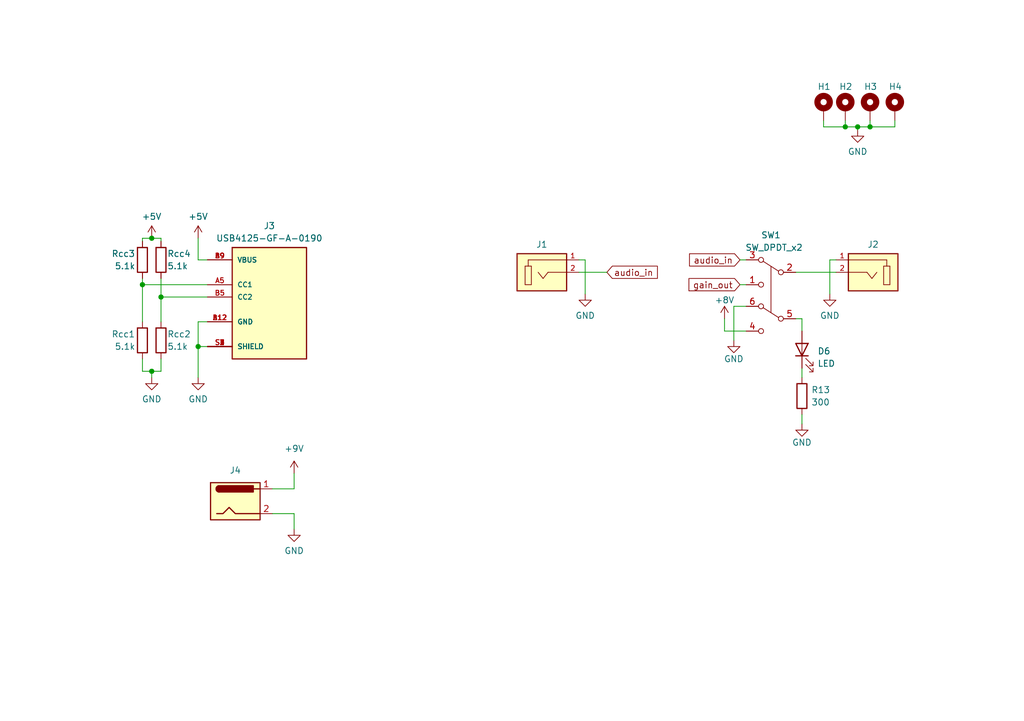
<source format=kicad_sch>
(kicad_sch (version 20211123) (generator eeschema)
  (paper "A5")
  (title_block (title "IO") (rev "2"))
  (lib_symbols
    (symbol "Connector:Barrel_Jack" (pin_names (offset 1.016))
      (property "Reference" "J" (at 0 5.334 0))
      (property "Value" "Barrel_Jack" (at 0 -5.08 0))
      (symbol "Barrel_Jack_0_1"
        (rectangle (start -5.08 3.81) (end 5.08 -3.81) (stroke (width 0.254)) (fill (type background)))
        (arc (start -3.302 3.175) (mid -3.937 2.54) (end -3.302 1.905) (stroke (width 0.254)))
        (arc (start -3.302 3.175) (mid -3.937 2.54) (end -3.302 1.905) (stroke (width 0.254)) (fill (type outline)))
        (polyline (pts (xy 5.08 2.54) (xy 3.81 2.54)) (stroke (width 0.254)))
        (polyline (pts (xy -3.81 -2.54) (xy -2.54 -2.54) (xy -1.27 -1.27) (xy 0 -2.54) (xy 2.54 -2.54) (xy 5.08 -2.54)) (stroke (width 0.254)))
        (rectangle (start 3.683 3.175) (end -3.302 1.905) (stroke (width 0.254)) (fill (type outline)))
      )
      (symbol "Barrel_Jack_1_1"
        (pin passive line (at 7.62 2.54 180) (length 2.54) (name "~") (number "1"))
        (pin passive line (at 7.62 -2.54 180) (length 2.54) (name "~") (number "2"))
      )
    )
    (symbol "Device:LED" (pin_numbers hide) (pin_names (offset 1.016) hide)
      (property "Reference" "D" (at 0 2.54 0))
      (property "Value" "LED" (at 0 -2.54 0))
      (symbol "LED_0_1"
        (polyline (pts (xy -1.27 -1.27) (xy -1.27 1.27)) (stroke (width 0.254)))
        (polyline (pts (xy -1.27 0) (xy 1.27 0)))
        (polyline (pts (xy 1.27 -1.27) (xy 1.27 1.27) (xy -1.27 0) (xy 1.27 -1.27)) (stroke (width 0.254)))
        (polyline (pts (xy -3.048 -0.762) (xy -4.572 -2.286) (xy -3.81 -2.286) (xy -4.572 -2.286) (xy -4.572 -1.524)))
        (polyline (pts (xy -1.778 -0.762) (xy -3.302 -2.286) (xy -2.54 -2.286) (xy -3.302 -2.286) (xy -3.302 -1.524)))
      )
      (symbol "LED_1_1"
        (pin passive line (at -3.81 0 0) (length 2.54) (name "K") (number "1"))
        (pin passive line (at 3.81 0 180) (length 2.54) (name "A") (number "2"))
      )
    )
    (symbol "Device:R" (pin_numbers hide) (pin_names (offset 0))
      (property "Reference" "R" (at 2.032 0 90))
      (property "Value" "R" (at 0 0 90))
      (symbol "R_0_1"
        (rectangle (start -1.016 -2.54) (end 1.016 2.54) (stroke (width 0.254)))
      )
      (symbol "R_1_1"
        (pin passive line (at 0 3.81 270) (length 1.27) (name "~") (number "1"))
        (pin passive line (at 0 -3.81 90) (length 1.27) (name "~") (number "2"))
      )
    )
    (symbol "Mechanical:MountingHole_Pad" (pin_numbers hide) (pin_names (offset 1.016) hide)
      (property "Reference" "H" (at 0 6.35 0))
      (property "Value" "MountingHole_Pad" (at 0 4.445 0))
      (symbol "MountingHole_Pad_0_1"
        (circle (center 0 1.27) (radius 1.27) (stroke (width 1.27)))
      )
      (symbol "MountingHole_Pad_1_1"
        (pin input line (at 0 -2.54 90) (length 2.54) (name "1") (number "1"))
      )
    )
    (symbol "effect_pedal:SF12011F-0202-20R-L-050" (pin_names (offset 0.762))
      (property "Reference" "S" (at 26.67 7.62 0))
      (property "Value" "SF12011F-0202-20R-L-050" (at 26.67 5.08 0))
      (symbol "SF12011F-0202-20R-L-050_0_0"
        (circle (center -0.127 -9.525) (radius 0.508))
        (circle (center -0.127 0) (radius 0.508))
        (circle (center 3.937 -12.065) (radius 0.508))
        (circle (center 3.937 -2.54) (radius 0.508))
      )
      (symbol "SF12011F-0202-20R-L-050_0_1"
        (polyline (pts (xy 0.381 -9.271) (xy 3.556 -7.239)))
        (polyline (pts (xy 0.381 0.254) (xy 3.556 2.286)))
        (polyline (pts (xy 1.905 -8.255) (xy 1.905 1.1938)))
        (circle (center 3.937 -6.985) (radius 0.508))
        (circle (center 3.937 2.54) (radius 0.508))
      )
      (symbol "SF12011F-0202-20R-L-050_1_1"
        (pin passive line (at 6.985 -2.54 180) (length 2.54) (name "") (number "1"))
        (pin passive line (at -3.175 0 0) (length 2.54) (name "") (number "2"))
        (pin passive line (at 6.985 2.54 180) (length 2.54) (name "") (number "3"))
        (pin passive line (at 6.985 -12.065 180) (length 2.54) (name "") (number "4"))
        (pin passive line (at -3.175 -9.525 0) (length 2.54) (name "") (number "5"))
        (pin passive line (at 6.985 -6.985 180) (length 2.54) (name "") (number "6"))
      )
    )
    (symbol "effect_pedal:USB4125-GF-A-0190_REVA2" (pin_names (offset 1.016))
      (property "Reference" "J" (at -7.62 10.922 0))
      (property "Value" "USB4125-GF-A-0190_REVA2" (at -7.62 -13.462 0))
      (symbol "USB4125-GF-A-0190_REVA2_0_0"
        (rectangle (start -7.62 -12.7) (end 7.62 10.16) (stroke (width 0.254)) (fill (type background)))
        (pin power_in line (at -12.7 -5.08 0) (length 5.08) (name "GND") (number "A12"))
        (pin bidirectional line (at -12.7 2.54 0) (length 5.08) (name "CC1") (number "A5"))
        (pin power_in line (at -12.7 7.62 0) (length 5.08) (name "VBUS") (number "A9"))
        (pin power_in line (at -12.7 -5.08 0) (length 5.08) (name "GND") (number "B12"))
        (pin bidirectional line (at -12.7 0 0) (length 5.08) (name "CC2") (number "B5"))
        (pin power_in line (at -12.7 7.62 0) (length 5.08) (name "VBUS") (number "B9"))
        (pin passive line (at -12.7 -10.16 0) (length 5.08) (name "SHIELD") (number "S1"))
        (pin passive line (at -12.7 -10.16 0) (length 5.08) (name "SHIELD") (number "S2"))
        (pin passive line (at -12.7 -10.16 0) (length 5.08) (name "SHIELD") (number "S3"))
        (pin passive line (at -12.7 -10.16 0) (length 5.08) (name "SHIELD") (number "S4"))
      )
    )
    (symbol "effect_pedal:audio_jack_1_GND"
      (property "Reference" "J" (at 0 8.89 0))
      (property "Value" "audio_jack_1_GND" (at 0 6.985 0))
      (symbol "audio_jack_1_GND_0_0"
        (rectangle (start -5.08 3.81) (end 5.08 -3.81) (stroke (width 0.254)) (fill (type background)))
        (polyline (pts (xy -3.429 -2.54) (xy -2.159 -2.54)) (stroke (width 0.1524)))
        (polyline (pts (xy -3.429 1.27) (xy -3.429 -2.54)) (stroke (width 0.1524)))
        (polyline (pts (xy -2.794 1.27) (xy -3.429 1.27)) (stroke (width 0.1524)))
        (polyline (pts (xy -2.794 1.27) (xy -2.794 2.54)) (stroke (width 0.1524)))
        (polyline (pts (xy -2.794 2.54) (xy 5.08 2.54)) (stroke (width 0.1524)))
        (polyline (pts (xy -2.159 -2.54) (xy -2.159 1.27)) (stroke (width 0.1524)))
        (polyline (pts (xy -2.159 1.27) (xy -2.794 1.27)) (stroke (width 0.1524)))
        (polyline (pts (xy 0.254 -1.27) (xy -0.762 0)) (stroke (width 0.1524)))
        (polyline (pts (xy 1.27 0) (xy 0.254 -1.27)) (stroke (width 0.1524)))
        (polyline (pts (xy 5.08 0) (xy 1.27 0)) (stroke (width 0.1524)))
        (pin passive line (at 7.62 2.54 180) (length 2.54) (name "~") (number "1"))
        (pin passive line (at 7.62 0 180) (length 2.54) (name "~") (number "2"))
      )
    )
    (symbol "power:+5V" (power) (pin_names (offset 0))
      (property "Value" "+5V" (at 0 3.556 0))
      (symbol "+5V_0_1"
        (polyline (pts (xy -0.762 1.27) (xy 0 2.54)))
        (polyline (pts (xy 0 0) (xy 0 2.54)))
        (polyline (pts (xy 0 2.54) (xy 0.762 1.27)))
      )
      (symbol "+5V_1_1"
        (pin power_in line (at 0 0 90) (length 0) hide (name "+5V") (number "1"))
      )
    )
    (symbol "power:+8V" (power) (pin_names (offset 0))
      (property "Value" "+8V" (at 0 3.556 0))
      (symbol "+8V_0_1"
        (polyline (pts (xy -0.762 1.27) (xy 0 2.54)))
        (polyline (pts (xy 0 0) (xy 0 2.54)))
        (polyline (pts (xy 0 2.54) (xy 0.762 1.27)))
      )
      (symbol "+8V_1_1"
        (pin power_in line (at 0 0 90) (length 0) hide (name "+8V") (number "1"))
      )
    )
    (symbol "power:+9V" (power) (pin_names (offset 0))
      (property "Value" "+9V" (at 0 3.556 0))
      (symbol "+9V_0_1"
        (polyline (pts (xy -0.762 1.27) (xy 0 2.54)))
        (polyline (pts (xy 0 0) (xy 0 2.54)))
        (polyline (pts (xy 0 2.54) (xy 0.762 1.27)))
      )
      (symbol "+9V_1_1"
        (pin power_in line (at 0 0 90) (length 0) hide (name "+9V") (number "1"))
      )
    )
    (symbol "power:GND" (power) (pin_names (offset 0))
      (property "Value" "GND" (at 0 -3.81 0))
      (symbol "GND_0_1"
        (polyline (pts (xy 0 0) (xy 0 -1.27) (xy 1.27 -1.27) (xy 0 -2.54) (xy -1.27 -1.27) (xy 0 -1.27)))
      )
      (symbol "GND_1_1"
        (pin power_in line (at 0 0 270) (length 0) hide (name "GND") (number "1"))
      )
    )
  )
  (junction (at 33.02 60.96))
  (junction (at 31.115 76.2))
  (junction (at 173.355 26.035))
  (junction (at 29.21 58.42))
  (junction (at 40.64 71.12))
  (junction (at 31.115 48.895))
  (junction (at 175.895 26.035))
  (junction (at 178.435 26.035))
  (wire (pts (xy 40.64 71.12) (xy 42.545 71.12)))
  (wire (pts (xy 173.355 26.035) (xy 175.895 26.035)))
  (wire (pts (xy 150.495 62.865) (xy 150.495 69.85)))
  (wire (pts (xy 29.21 76.2) (xy 31.115 76.2)))
  (wire (pts (xy 148.59 65.405) (xy 148.59 67.945)))
  (wire (pts (xy 168.91 26.035) (xy 168.91 24.765)))
  (wire (pts (xy 178.435 26.035) (xy 183.515 26.035)))
  (wire (pts (xy 40.64 71.12) (xy 40.64 77.47)))
  (wire (pts (xy 55.88 100.33) (xy 60.325 100.33)))
  (wire (pts (xy 40.64 48.895) (xy 40.64 53.34)))
  (wire (pts (xy 55.88 105.41) (xy 60.325 105.41)))
  (wire (pts (xy 40.64 53.34) (xy 42.545 53.34)))
  (wire (pts (xy 168.91 26.035) (xy 173.355 26.035)))
  (wire (pts (xy 175.895 26.67) (xy 175.895 26.035)))
  (wire (pts (xy 40.64 66.04) (xy 42.545 66.04)))
  (wire (pts (xy 183.515 26.035) (xy 183.515 24.765)))
  (wire (pts (xy 118.745 53.34) (xy 120.015 53.34)))
  (wire (pts (xy 29.21 73.66) (xy 29.21 76.2)))
  (wire (pts (xy 178.435 26.035) (xy 178.435 24.765)))
  (wire (pts (xy 148.59 67.945) (xy 153.035 67.945)))
  (wire (pts (xy 173.355 26.035) (xy 173.355 24.765)))
  (wire (pts (xy 40.64 66.04) (xy 40.64 71.12)))
  (wire (pts (xy 60.325 105.41) (xy 60.325 108.585)))
  (wire (pts (xy 31.115 77.47) (xy 31.115 76.2)))
  (wire (pts (xy 153.035 62.865) (xy 150.495 62.865)))
  (wire (pts (xy 164.465 86.995) (xy 164.465 85.09)))
  (wire (pts (xy 120.015 53.34) (xy 120.015 60.325)))
  (wire (pts (xy 151.765 58.42) (xy 153.035 58.42)))
  (wire (pts (xy 33.02 48.895) (xy 31.115 48.895)))
  (wire (pts (xy 33.02 60.96) (xy 42.545 60.96)))
  (wire (pts (xy 29.21 48.895) (xy 31.115 48.895)))
  (wire (pts (xy 118.745 55.88) (xy 124.46 55.88)))
  (wire (pts (xy 29.21 49.53) (xy 29.21 48.895)))
  (wire (pts (xy 33.02 66.04) (xy 33.02 60.96)))
  (wire (pts (xy 164.465 65.405) (xy 164.465 67.945)))
  (wire (pts (xy 171.45 53.34) (xy 170.18 53.34)))
  (wire (pts (xy 31.115 76.2) (xy 33.02 76.2)))
  (wire (pts (xy 164.465 65.405) (xy 163.195 65.405)))
  (wire (pts (xy 29.21 57.15) (xy 29.21 58.42)))
  (wire (pts (xy 60.325 97.155) (xy 60.325 100.33)))
  (wire (pts (xy 170.18 53.34) (xy 170.18 60.325)))
  (wire (pts (xy 164.465 75.565) (xy 164.465 77.47)))
  (wire (pts (xy 33.02 49.53) (xy 33.02 48.895)))
  (wire (pts (xy 151.765 53.34) (xy 153.035 53.34)))
  (wire (pts (xy 175.895 26.035) (xy 178.435 26.035)))
  (wire (pts (xy 163.195 55.88) (xy 171.45 55.88)))
  (wire (pts (xy 33.02 76.2) (xy 33.02 73.66)))
  (wire (pts (xy 33.02 57.15) (xy 33.02 60.96)))
  (wire (pts (xy 29.21 58.42) (xy 29.21 66.04)))
  (wire (pts (xy 29.21 58.42) (xy 42.545 58.42)))
  (global_label "audio_in" (shape input) (at 151.765 53.34 180) (property "Intersheet References" "${INTERSHEET_REFS}" (effects hide)))
  (global_label "audio_in" (shape input) (at 124.46 55.88 0) (property "Intersheet References" "${INTERSHEET_REFS}" (effects hide)))
  (global_label "gain_out" (shape input) (at 151.765 58.42 180) (property "Intersheet References" "${INTERSHEET_REFS}" (effects hide)))
  (symbol (lib_id "power:GND") (at 120.015 60.325 0) (unit 1)
    (property "Reference" "#PWR0109" (effects hide))
    (property "Value" "GND" (at 120.015 64.77 0))
  )
  (symbol (lib_id "power:GND") (at 150.495 69.85 0) (unit 1)
    (property "Reference" "#PWR026" (effects hide))
    (property "Value" "GND" (at 150.495 73.66 0))
  )
  (symbol (lib_id "power:+5V") (at 31.115 48.895 0) (unit 1)
    (property "Reference" "#PWR028" (effects hide))
    (property "Value" "+5V" (at 31.115 44.45 0))
  )
  (symbol (lib_id "Connector:Barrel_Jack") (at 48.26 102.87 0) (unit 1)
    (property "Reference" "J4" (at 48.26 96.52 0))
    (property "Value" "Barrel_Jack" (effects hide))
    (property "Footprint" "effect_pedal:barrel_jack_wired" (effects hide))
  )
  (symbol (lib_id "Device:R") (at 33.02 53.34 0) (unit 1)
    (property "Reference" "Rcc4" (at 34.29 52.07 0) (effects (justify left)))
    (property "Value" "5.1k" (at 34.29 54.61 0) (effects (justify left)))
    (property "Footprint" "Resistor_SMD:R_0805_2012Metric_Pad1.20x1.40mm_HandSolder" (effects hide))
  )
  (symbol (lib_id "power:GND") (at 40.64 77.47 0) (unit 1)
    (property "Reference" "#PWR0113" (effects hide))
    (property "Value" "GND" (at 40.64 81.915 0))
  )
  (symbol (lib_id "power:+9V") (at 60.325 97.155 0) (unit 1)
    (property "Reference" "#PWR0101" (effects hide))
    (property "Value" "+9V" (at 60.325 92.075 0))
  )
  (symbol (lib_id "Mechanical:MountingHole_Pad") (at 178.435 22.225 0) (unit 1)
    (property "Reference" "H3" (at 177.165 17.78 0) (effects (justify left)))
    (property "Value" "MountingHole_Pad" (effects hide))
    (property "Footprint" "MountingHole:MountingHole_2.2mm_M2_DIN965_Pad_TopBottom" (effects hide))
  )
  (symbol (lib_id "power:GND") (at 170.18 60.325 0) (unit 1)
    (property "Reference" "#PWR0108" (effects hide))
    (property "Value" "GND" (at 170.18 64.77 0))
  )
  (symbol (lib_id "Device:R") (at 164.465 81.28 0) (unit 1)
    (property "Reference" "R13" (at 166.37 80.0099 0) (effects (justify left)))
    (property "Value" "300" (at 166.37 82.5499 0) (effects (justify left)))
    (property "Footprint" "Resistor_SMD:R_0805_2012Metric_Pad1.20x1.40mm_HandSolder" (effects hide))
  )
  (symbol (lib_id "Mechanical:MountingHole_Pad") (at 183.515 22.225 0) (unit 1)
    (property "Reference" "H4" (at 182.245 17.78 0) (effects (justify left)))
    (property "Value" "MountingHole_Pad" (effects hide))
    (property "Footprint" "MountingHole:MountingHole_2.2mm_M2_DIN965_Pad_TopBottom" (effects hide))
  )
  (symbol (lib_id "Device:R") (at 29.21 69.85 0) (unit 1)
    (property "Reference" "Rcc1" (at 22.86 68.58 0) (effects (justify left)))
    (property "Value" "5.1k" (at 23.495 71.12 0) (effects (justify left)))
    (property "Footprint" "Resistor_SMD:R_0805_2012Metric_Pad1.20x1.40mm_HandSolder" (effects hide))
  )
  (symbol (lib_id "power:+5V") (at 40.64 48.895 0) (unit 1)
    (property "Reference" "#PWR0114" (effects hide))
    (property "Value" "+5V" (at 40.64 44.45 0))
  )
  (symbol (lib_id "effect_pedal:audio_jack_1_GND") (at 111.125 55.88 0) (unit 1)
    (property "Reference" "J1" (at 111.125 50.165 0))
    (property "Value" "AudioJack2_Ground" (effects hide))
    (property "Footprint" "effect_pedal:audio_jack_wired" (effects hide))
    (property "Datasheet" "https://www.mouser.de/datasheet/2/670/sj_352x_smt-1779397.pdf" (effects hide))
    (property "Description" "Phone Connectors Audio Jacks" (effects hide))
    (property "Height" "5.2" (effects hide))
    (property "Mouser Part Number" "490-SJ-3523-SMT-TR" (effects hide))
    (property "Mouser Price/Stock" "https://www.mouser.co.uk/ProductDetail/CUI-Devices/SJ-3523-SMT-TR?qs=WyjlAZoYn51zOHzJ3r4ZRA%3D%3D" (effects hide))
    (property "Manufacturer_Name" "CUI Inc." (effects hide))
    (property "Manufacturer_Part_Number" "SJ-3523-SMT-TR" (effects hide))
    (property "STANDARD" "Manufacturer recommendations" (effects hide))
    (property "MF" "CUI Inc" (effects hide))
  )
  (symbol (lib_id "effect_pedal:USB4125-GF-A-0190_REVA2") (at 55.245 60.96 0) (unit 1)
    (property "Reference" "J3" (at 55.245 46.355 0))
    (property "Value" "USB4125-GF-A-0190" (at 55.245 48.895 0))
    (property "Footprint" "GCT_USB4125-GF-A-0190_REVA2" (effects hide))
    (property "Description" "USB Connectors USB C Rec GF RA 6P SMT TH Stakes 1.9mm" (effects hide))
    (property "Height" "3.41" (effects hide))
    (property "Mouser Part Number" "640-USB4125-GF-A-190" (effects hide))
    (property "Mouser Price/Stock" "https://www.mouser.co.uk/ProductDetail/GCT/USB4125-GF-A-0190?qs=QNEnbhJQKvbCz4hEJBS24w%3D%3D" (effects hide))
    (property "Manufacturer_Name" "GCT (GLOBAL CONNECTOR TECHNOLOGY)" (effects hide))
    (property "Manufacturer_Part_Number" "USB4125-GF-A-0190" (effects hide))
    (property "PARTREV" "Rev A2" (effects hide))
    (property "MAXIMUM_PACKAGE_HEIGHT" "3.16 mm" (effects hide))
    (property "MANUFACTURER" "GCT" (effects hide))
    (property "STANDARD" "Manufacturer Recommendations" (effects hide))
  )
  (symbol (lib_id "effect_pedal:audio_jack_1_GND") (at 179.07 55.88 0) (mirror y) (unit 1)
    (property "Reference" "J2" (at 179.07 50.165 0))
    (property "Value" "AudioJack2_Ground" (effects hide))
    (property "Footprint" "effect_pedal:audio_jack_wired" (effects hide))
    (property "Datasheet" "https://www.mouser.de/datasheet/2/670/sj_352x_smt-1779397.pdf" (effects hide))
    (property "Description" "Phone Connectors Audio Jacks" (effects hide))
    (property "Height" "5.2" (effects hide))
    (property "Mouser Part Number" "490-SJ-3523-SMT-TR" (effects hide))
    (property "Mouser Price/Stock" "https://www.mouser.co.uk/ProductDetail/CUI-Devices/SJ-3523-SMT-TR?qs=WyjlAZoYn51zOHzJ3r4ZRA%3D%3D" (effects hide))
    (property "Manufacturer_Name" "CUI Inc." (effects hide))
    (property "Manufacturer_Part_Number" "SJ-3523-SMT-TR" (effects hide))
    (property "STANDARD" "Manufacturer recommendations" (effects hide))
    (property "MF" "CUI Inc" (effects hide))
  )
  (symbol (lib_id "Mechanical:MountingHole_Pad") (at 168.91 22.225 0) (unit 1)
    (property "Reference" "H1" (at 167.64 17.78 0) (effects (justify left)))
    (property "Value" "MountingHole_Pad" (effects hide))
    (property "Footprint" "MountingHole:MountingHole_2.2mm_M2_DIN965_Pad_TopBottom" (effects hide))
  )
  (symbol (lib_id "power:GND") (at 31.115 77.47 0) (unit 1)
    (property "Reference" "#PWR0112" (effects hide))
    (property "Value" "GND" (at 31.115 81.915 0))
  )
  (symbol (lib_id "power:GND") (at 175.895 26.67 0) (unit 1)
    (property "Reference" "#PWR05" (effects hide))
    (property "Value" "GND" (at 175.895 31.115 0))
  )
  (symbol (lib_id "effect_pedal:SF12011F-0202-20R-L-050") (at 160.02 55.88 0) (mirror y) (unit 1)
    (property "Reference" "SW1" (at 158.115 48.26 0))
    (property "Value" "SW_DPDT_x2" (at 158.75 50.8 0))
    (property "Footprint" "effect_pedal:switch_wired" (effects hide))
    (property "Datasheet" "https://www.mouser.co.uk/datasheet/2/13/__SF12011DF-1522292.pdf" (effects hide))
    (property "Description" "Pushbutton Switches DPDT STOMP/FOOT SW LATCH 4A30VDC 9PIN" (effects hide))
    (property "Height" "33.5" (effects hide))
    (property "Mouser Part Number" "107-SF12011F-L" (effects hide))
    (property "Mouser Price/Stock" "https://www.mouser.co.uk/ProductDetail/Alpha-Taiwan/SF12011F-0202-20R-L-050?qs=8%252Br4Hz5Xir%252BRyYo6szMgoQ%3D%3D" (effects hide))
    (property "Manufacturer_Name" "Alpha (Taiwan)" (effects hide))
    (property "Manufacturer_Part_Number" "SF12011F-0202-20R-L-050" (effects hide))
  )
  (symbol (lib_id "power:GND") (at 60.325 108.585 0) (unit 1)
    (property "Reference" "#PWR0105" (effects hide))
    (property "Value" "GND" (at 60.325 113.03 0))
  )
  (symbol (lib_id "power:GND") (at 164.465 86.995 0) (unit 1)
    (property "Reference" "#PWR027" (effects hide))
    (property "Value" "GND" (at 164.465 90.805 0))
  )
  (symbol (lib_id "Device:LED") (at 164.465 71.755 90) (unit 1)
    (property "Reference" "D6" (at 167.64 72.0724 90) (effects (justify right)))
    (property "Value" "LED" (at 167.64 74.6124 90) (effects (justify right)))
    (property "Footprint" "effect_pedal:led_wired_1_pin" (effects hide))
  )
  (symbol (lib_id "Mechanical:MountingHole_Pad") (at 173.355 22.225 0) (unit 1)
    (property "Reference" "H2" (at 172.085 17.78 0) (effects (justify left)))
    (property "Value" "MountingHole_Pad" (effects hide))
    (property "Footprint" "MountingHole:MountingHole_2.2mm_M2_DIN965_Pad_TopBottom" (effects hide))
  )
  (symbol (lib_id "Device:R") (at 33.02 69.85 0) (unit 1)
    (property "Reference" "Rcc2" (at 34.29 68.58 0) (effects (justify left)))
    (property "Value" "5.1k" (at 34.29 71.12 0) (effects (justify left)))
    (property "Footprint" "Resistor_SMD:R_0805_2012Metric_Pad1.20x1.40mm_HandSolder" (effects hide))
  )
  (symbol (lib_id "Device:R") (at 29.21 53.34 0) (unit 1)
    (property "Reference" "Rcc3" (at 22.86 52.07 0) (effects (justify left)))
    (property "Value" "5.1k" (at 23.495 54.61 0) (effects (justify left)))
    (property "Footprint" "Resistor_SMD:R_0805_2012Metric_Pad1.20x1.40mm_HandSolder" (effects hide))
  )
  (symbol (lib_id "power:+8V") (at 148.59 65.405 0) (unit 1)
    (property "Reference" "#PWR025" (effects hide))
    (property "Value" "+8V" (at 148.59 61.595 0))
  )
)
</source>
